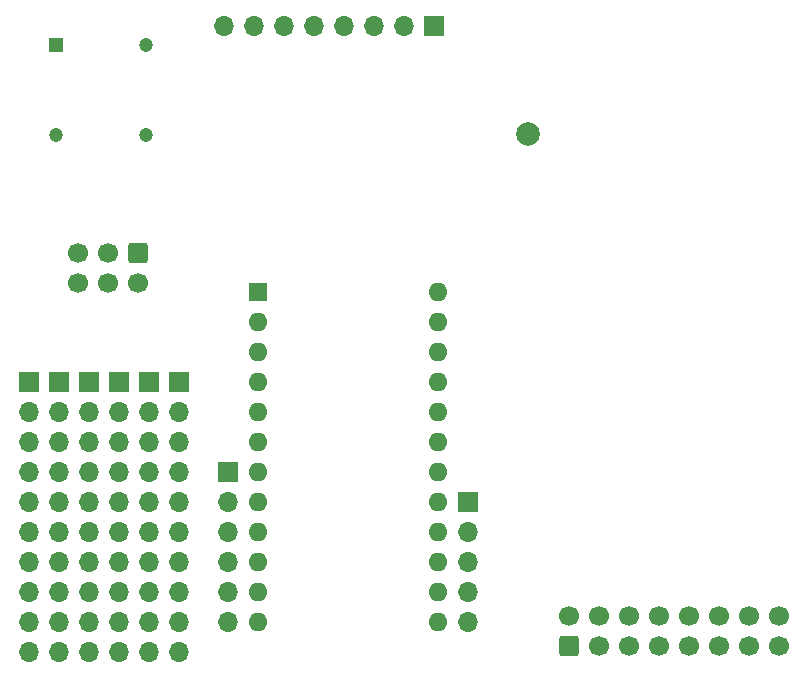
<source format=gbr>
%TF.GenerationSoftware,KiCad,Pcbnew,(6.0.4)*%
%TF.CreationDate,2022-12-09T13:12:30+01:00*%
%TF.ProjectId,SmartArtificialSoftTissue_Standard_v2,536d6172-7441-4727-9469-66696369616c,rev?*%
%TF.SameCoordinates,Original*%
%TF.FileFunction,Soldermask,Bot*%
%TF.FilePolarity,Negative*%
%FSLAX46Y46*%
G04 Gerber Fmt 4.6, Leading zero omitted, Abs format (unit mm)*
G04 Created by KiCad (PCBNEW (6.0.4)) date 2022-12-09 13:12:30*
%MOMM*%
%LPD*%
G01*
G04 APERTURE LIST*
G04 Aperture macros list*
%AMRoundRect*
0 Rectangle with rounded corners*
0 $1 Rounding radius*
0 $2 $3 $4 $5 $6 $7 $8 $9 X,Y pos of 4 corners*
0 Add a 4 corners polygon primitive as box body*
4,1,4,$2,$3,$4,$5,$6,$7,$8,$9,$2,$3,0*
0 Add four circle primitives for the rounded corners*
1,1,$1+$1,$2,$3*
1,1,$1+$1,$4,$5*
1,1,$1+$1,$6,$7*
1,1,$1+$1,$8,$9*
0 Add four rect primitives between the rounded corners*
20,1,$1+$1,$2,$3,$4,$5,0*
20,1,$1+$1,$4,$5,$6,$7,0*
20,1,$1+$1,$6,$7,$8,$9,0*
20,1,$1+$1,$8,$9,$2,$3,0*%
G04 Aperture macros list end*
%ADD10R,1.700000X1.700000*%
%ADD11O,1.700000X1.700000*%
%ADD12RoundRect,0.250000X-0.600000X0.600000X-0.600000X-0.600000X0.600000X-0.600000X0.600000X0.600000X0*%
%ADD13C,1.700000*%
%ADD14RoundRect,0.250000X0.600000X-0.600000X0.600000X0.600000X-0.600000X0.600000X-0.600000X-0.600000X0*%
%ADD15R,1.600000X1.600000*%
%ADD16O,1.600000X1.600000*%
%ADD17C,2.000000*%
%ADD18R,1.200000X1.200000*%
%ADD19C,1.200000*%
G04 APERTURE END LIST*
D10*
%TO.C,REF\u002A\u002A*%
X62865000Y-88265000D03*
D11*
X62865000Y-90805000D03*
X62865000Y-93345000D03*
X62865000Y-95885000D03*
X62865000Y-98425000D03*
X62865000Y-100965000D03*
X62865000Y-103505000D03*
X62865000Y-106045000D03*
X62865000Y-108585000D03*
X62865000Y-111125000D03*
%TD*%
D10*
%TO.C,REF\u002A\u002A*%
X65405000Y-88265000D03*
D11*
X65405000Y-90805000D03*
X65405000Y-93345000D03*
X65405000Y-95885000D03*
X65405000Y-98425000D03*
X65405000Y-100965000D03*
X65405000Y-103505000D03*
X65405000Y-106045000D03*
X65405000Y-108585000D03*
X65405000Y-111125000D03*
%TD*%
D12*
%TO.C,CON2*%
X61917500Y-77352500D03*
D13*
X61917500Y-79892500D03*
X59377500Y-77352500D03*
X59377500Y-79892500D03*
X56837500Y-77352500D03*
X56837500Y-79892500D03*
%TD*%
D10*
%TO.C,REF\u002A\u002A*%
X60325000Y-88265000D03*
D11*
X60325000Y-90805000D03*
X60325000Y-93345000D03*
X60325000Y-95885000D03*
X60325000Y-98425000D03*
X60325000Y-100965000D03*
X60325000Y-103505000D03*
X60325000Y-106045000D03*
X60325000Y-108585000D03*
X60325000Y-111125000D03*
%TD*%
D10*
%TO.C,REF\u002A\u002A*%
X52705000Y-88265000D03*
D11*
X52705000Y-90805000D03*
X52705000Y-93345000D03*
X52705000Y-95885000D03*
X52705000Y-98425000D03*
X52705000Y-100965000D03*
X52705000Y-103505000D03*
X52705000Y-106045000D03*
X52705000Y-108585000D03*
X52705000Y-111125000D03*
%TD*%
D14*
%TO.C,CON1*%
X98425000Y-110607500D03*
D13*
X98425000Y-108067500D03*
X100965000Y-110607500D03*
X100965000Y-108067500D03*
X103505000Y-110607500D03*
X103505000Y-108067500D03*
X106045000Y-110607500D03*
X106045000Y-108067500D03*
X108585000Y-110607500D03*
X108585000Y-108067500D03*
X111125000Y-110607500D03*
X111125000Y-108067500D03*
X113665000Y-110607500D03*
X113665000Y-108067500D03*
X116205000Y-110607500D03*
X116205000Y-108067500D03*
%TD*%
D10*
%TO.C,REF\u002A\u002A*%
X57785000Y-88265000D03*
D11*
X57785000Y-90805000D03*
X57785000Y-93345000D03*
X57785000Y-95885000D03*
X57785000Y-98425000D03*
X57785000Y-100965000D03*
X57785000Y-103505000D03*
X57785000Y-106045000D03*
X57785000Y-108585000D03*
X57785000Y-111125000D03*
%TD*%
D10*
%TO.C,REF\u002A\u002A*%
X55245000Y-88265000D03*
D11*
X55245000Y-90805000D03*
X55245000Y-93345000D03*
X55245000Y-95885000D03*
X55245000Y-98425000D03*
X55245000Y-100965000D03*
X55245000Y-103505000D03*
X55245000Y-106045000D03*
X55245000Y-108585000D03*
X55245000Y-111125000D03*
%TD*%
D15*
%TO.C,UC1*%
X72072500Y-80645000D03*
D16*
X72072500Y-83185000D03*
X72072500Y-85725000D03*
X72072500Y-88265000D03*
X72072500Y-90805000D03*
X72072500Y-93345000D03*
X72072500Y-95885000D03*
X72072500Y-98425000D03*
X72072500Y-100965000D03*
X72072500Y-103505000D03*
X72072500Y-106045000D03*
X72072500Y-108585000D03*
X87312500Y-108585000D03*
X87312500Y-106045000D03*
X87312500Y-103505000D03*
X87312500Y-100965000D03*
X87312500Y-98425000D03*
X87312500Y-95885000D03*
X87312500Y-93345000D03*
X87312500Y-90805000D03*
X87312500Y-88265000D03*
X87312500Y-85725000D03*
X87312500Y-83185000D03*
X87312500Y-80645000D03*
%TD*%
D17*
%TO.C,Needle1*%
X94932500Y-67310000D03*
%TD*%
D18*
%TO.C,Y1*%
X54990000Y-59790000D03*
D19*
X54990000Y-67410000D03*
X62610000Y-67410000D03*
X62610000Y-59790000D03*
%TD*%
D10*
%TO.C,CON3*%
X86980000Y-58102500D03*
D11*
X84440000Y-58102500D03*
X81900000Y-58102500D03*
X79360000Y-58102500D03*
X76820000Y-58102500D03*
X74280000Y-58102500D03*
X71740000Y-58102500D03*
X69200000Y-58102500D03*
%TD*%
D10*
%TO.C,J11*%
X69532500Y-95885000D03*
D11*
X69532500Y-98425000D03*
X69532500Y-100965000D03*
X69532500Y-103505000D03*
X69532500Y-106045000D03*
X69532500Y-108585000D03*
%TD*%
D10*
%TO.C,J12*%
X89852500Y-98425000D03*
D11*
X89852500Y-100965000D03*
X89852500Y-103505000D03*
X89852500Y-106045000D03*
X89852500Y-108585000D03*
%TD*%
M02*

</source>
